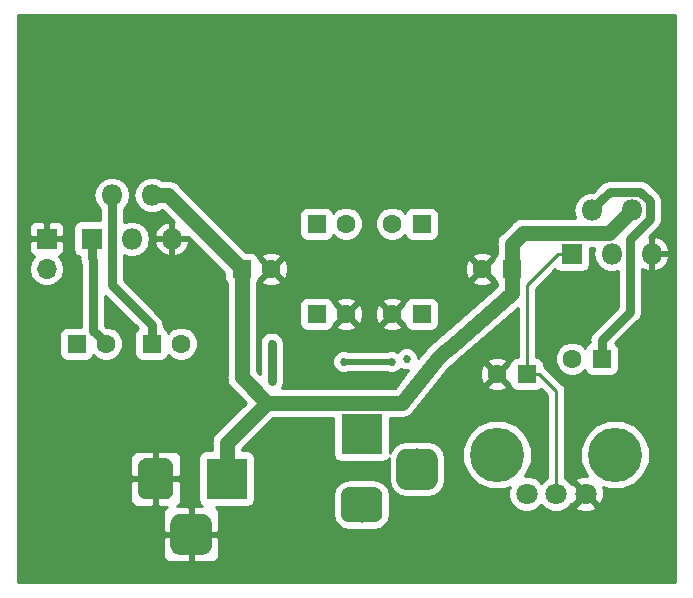
<source format=gbl>
G04 #@! TF.GenerationSoftware,KiCad,Pcbnew,5.0.2+dfsg1-1~bpo9+1*
G04 #@! TF.CreationDate,2020-02-19T00:58:44-05:00*
G04 #@! TF.ProjectId,pcb_amp,7063625f-616d-4702-9e6b-696361645f70,rev?*
G04 #@! TF.SameCoordinates,Original*
G04 #@! TF.FileFunction,Copper,L2,Bot*
G04 #@! TF.FilePolarity,Positive*
%FSLAX46Y46*%
G04 Gerber Fmt 4.6, Leading zero omitted, Abs format (unit mm)*
G04 Created by KiCad (PCBNEW 5.0.2+dfsg1-1~bpo9+1) date Wed 19 Feb 2020 12:58:44 AM EST*
%MOMM*%
%LPD*%
G01*
G04 APERTURE LIST*
G04 #@! TA.AperFunction,ComponentPad*
%ADD10C,1.600000*%
G04 #@! TD*
G04 #@! TA.AperFunction,ComponentPad*
%ADD11R,1.600000X1.600000*%
G04 #@! TD*
G04 #@! TA.AperFunction,ComponentPad*
%ADD12R,1.700000X1.700000*%
G04 #@! TD*
G04 #@! TA.AperFunction,ComponentPad*
%ADD13O,1.700000X1.700000*%
G04 #@! TD*
G04 #@! TA.AperFunction,ComponentPad*
%ADD14R,3.500000X3.500000*%
G04 #@! TD*
G04 #@! TA.AperFunction,Conductor*
%ADD15C,0.100000*%
G04 #@! TD*
G04 #@! TA.AperFunction,ComponentPad*
%ADD16C,3.000000*%
G04 #@! TD*
G04 #@! TA.AperFunction,ComponentPad*
%ADD17C,3.500000*%
G04 #@! TD*
G04 #@! TA.AperFunction,ComponentPad*
%ADD18C,1.800000*%
G04 #@! TD*
G04 #@! TA.AperFunction,ComponentPad*
%ADD19C,4.600000*%
G04 #@! TD*
G04 #@! TA.AperFunction,ComponentPad*
%ADD20O,1.800000X1.800000*%
G04 #@! TD*
G04 #@! TA.AperFunction,ComponentPad*
%ADD21R,1.800000X1.800000*%
G04 #@! TD*
G04 #@! TA.AperFunction,ViaPad*
%ADD22C,0.685800*%
G04 #@! TD*
G04 #@! TA.AperFunction,Conductor*
%ADD23C,0.762000*%
G04 #@! TD*
G04 #@! TA.AperFunction,Conductor*
%ADD24C,1.270000*%
G04 #@! TD*
G04 #@! TA.AperFunction,Conductor*
%ADD25C,0.508000*%
G04 #@! TD*
G04 #@! TA.AperFunction,Conductor*
%ADD26C,0.254000*%
G04 #@! TD*
G04 APERTURE END LIST*
D10*
G04 #@! TO.P,C1,2*
G04 #@! TO.N,Net-(C1-Pad2)*
X119340000Y-95250000D03*
D11*
G04 #@! TO.P,C1,1*
G04 #@! TO.N,/OP1INV*
X116840000Y-95250000D03*
G04 #@! TD*
D10*
G04 #@! TO.P,C2,2*
G04 #@! TO.N,/OP1NONINV*
X112990000Y-95250000D03*
D11*
G04 #@! TO.P,C2,1*
G04 #@! TO.N,/INPUT*
X110490000Y-95250000D03*
G04 #@! TD*
G04 #@! TO.P,C3,1*
G04 #@! TO.N,+12V*
X124460000Y-88900000D03*
D10*
G04 #@! TO.P,C3,2*
G04 #@! TO.N,GND*
X126960000Y-88900000D03*
G04 #@! TD*
G04 #@! TO.P,C4,2*
G04 #@! TO.N,GND*
X133310000Y-92710000D03*
D11*
G04 #@! TO.P,C4,1*
G04 #@! TO.N,/OP1OUT*
X130810000Y-92710000D03*
G04 #@! TD*
D10*
G04 #@! TO.P,C5,2*
G04 #@! TO.N,/SPKOUT1*
X133310000Y-85090000D03*
D11*
G04 #@! TO.P,C5,1*
G04 #@! TO.N,/OP1OUT*
X130810000Y-85090000D03*
G04 #@! TD*
G04 #@! TO.P,C6,1*
G04 #@! TO.N,/OP2OUT*
X139700000Y-85090000D03*
D10*
G04 #@! TO.P,C6,2*
G04 #@! TO.N,/SPKOUT2*
X137200000Y-85090000D03*
G04 #@! TD*
D11*
G04 #@! TO.P,C7,1*
G04 #@! TO.N,/OP2OUT*
X139700000Y-92710000D03*
D10*
G04 #@! TO.P,C7,2*
G04 #@! TO.N,GND*
X137200000Y-92710000D03*
G04 #@! TD*
D11*
G04 #@! TO.P,C8,1*
G04 #@! TO.N,+12V*
X147320000Y-88900000D03*
D10*
G04 #@! TO.P,C8,2*
G04 #@! TO.N,GND*
X144820000Y-88900000D03*
G04 #@! TD*
D11*
G04 #@! TO.P,C9,1*
G04 #@! TO.N,/OP2INV*
X154940000Y-96520000D03*
D10*
G04 #@! TO.P,C9,2*
G04 #@! TO.N,Net-(C9-Pad2)*
X152440000Y-96520000D03*
G04 #@! TD*
G04 #@! TO.P,C10,2*
G04 #@! TO.N,GND*
X146090000Y-97790000D03*
D11*
G04 #@! TO.P,C10,1*
G04 #@! TO.N,/OP2NONINV*
X148590000Y-97790000D03*
G04 #@! TD*
D12*
G04 #@! TO.P,J1,1*
G04 #@! TO.N,GND*
X107950000Y-86360000D03*
D13*
G04 #@! TO.P,J1,2*
G04 #@! TO.N,/INPUT*
X107950000Y-88900000D03*
G04 #@! TD*
D14*
G04 #@! TO.P,J2,1*
G04 #@! TO.N,/SPKOUT1*
X134620000Y-102870000D03*
D15*
G04 #@! TD*
G04 #@! TO.N,/SPKOUT2*
G04 #@! TO.C,J2*
G36*
X135693513Y-107373611D02*
X135766318Y-107384411D01*
X135837714Y-107402295D01*
X135907013Y-107427090D01*
X135973548Y-107458559D01*
X136036678Y-107496398D01*
X136095795Y-107540242D01*
X136150330Y-107589670D01*
X136199758Y-107644205D01*
X136243602Y-107703322D01*
X136281441Y-107766452D01*
X136312910Y-107832987D01*
X136337705Y-107902286D01*
X136355589Y-107973682D01*
X136366389Y-108046487D01*
X136370000Y-108120000D01*
X136370000Y-109620000D01*
X136366389Y-109693513D01*
X136355589Y-109766318D01*
X136337705Y-109837714D01*
X136312910Y-109907013D01*
X136281441Y-109973548D01*
X136243602Y-110036678D01*
X136199758Y-110095795D01*
X136150330Y-110150330D01*
X136095795Y-110199758D01*
X136036678Y-110243602D01*
X135973548Y-110281441D01*
X135907013Y-110312910D01*
X135837714Y-110337705D01*
X135766318Y-110355589D01*
X135693513Y-110366389D01*
X135620000Y-110370000D01*
X133620000Y-110370000D01*
X133546487Y-110366389D01*
X133473682Y-110355589D01*
X133402286Y-110337705D01*
X133332987Y-110312910D01*
X133266452Y-110281441D01*
X133203322Y-110243602D01*
X133144205Y-110199758D01*
X133089670Y-110150330D01*
X133040242Y-110095795D01*
X132996398Y-110036678D01*
X132958559Y-109973548D01*
X132927090Y-109907013D01*
X132902295Y-109837714D01*
X132884411Y-109766318D01*
X132873611Y-109693513D01*
X132870000Y-109620000D01*
X132870000Y-108120000D01*
X132873611Y-108046487D01*
X132884411Y-107973682D01*
X132902295Y-107902286D01*
X132927090Y-107832987D01*
X132958559Y-107766452D01*
X132996398Y-107703322D01*
X133040242Y-107644205D01*
X133089670Y-107589670D01*
X133144205Y-107540242D01*
X133203322Y-107496398D01*
X133266452Y-107458559D01*
X133332987Y-107427090D01*
X133402286Y-107402295D01*
X133473682Y-107384411D01*
X133546487Y-107373611D01*
X133620000Y-107370000D01*
X135620000Y-107370000D01*
X135693513Y-107373611D01*
X135693513Y-107373611D01*
G37*
D16*
G04 #@! TO.P,J2,2*
G04 #@! TO.N,/SPKOUT2*
X134620000Y-108870000D03*
D15*
G04 #@! TD*
G04 #@! TO.N,/SPKOUT2*
G04 #@! TO.C,J2*
G36*
X140280765Y-104124213D02*
X140365704Y-104136813D01*
X140448999Y-104157677D01*
X140529848Y-104186605D01*
X140607472Y-104223319D01*
X140681124Y-104267464D01*
X140750094Y-104318616D01*
X140813718Y-104376282D01*
X140871384Y-104439906D01*
X140922536Y-104508876D01*
X140966681Y-104582528D01*
X141003395Y-104660152D01*
X141032323Y-104741001D01*
X141053187Y-104824296D01*
X141065787Y-104909235D01*
X141070000Y-104995000D01*
X141070000Y-106745000D01*
X141065787Y-106830765D01*
X141053187Y-106915704D01*
X141032323Y-106998999D01*
X141003395Y-107079848D01*
X140966681Y-107157472D01*
X140922536Y-107231124D01*
X140871384Y-107300094D01*
X140813718Y-107363718D01*
X140750094Y-107421384D01*
X140681124Y-107472536D01*
X140607472Y-107516681D01*
X140529848Y-107553395D01*
X140448999Y-107582323D01*
X140365704Y-107603187D01*
X140280765Y-107615787D01*
X140195000Y-107620000D01*
X138445000Y-107620000D01*
X138359235Y-107615787D01*
X138274296Y-107603187D01*
X138191001Y-107582323D01*
X138110152Y-107553395D01*
X138032528Y-107516681D01*
X137958876Y-107472536D01*
X137889906Y-107421384D01*
X137826282Y-107363718D01*
X137768616Y-107300094D01*
X137717464Y-107231124D01*
X137673319Y-107157472D01*
X137636605Y-107079848D01*
X137607677Y-106998999D01*
X137586813Y-106915704D01*
X137574213Y-106830765D01*
X137570000Y-106745000D01*
X137570000Y-104995000D01*
X137574213Y-104909235D01*
X137586813Y-104824296D01*
X137607677Y-104741001D01*
X137636605Y-104660152D01*
X137673319Y-104582528D01*
X137717464Y-104508876D01*
X137768616Y-104439906D01*
X137826282Y-104376282D01*
X137889906Y-104318616D01*
X137958876Y-104267464D01*
X138032528Y-104223319D01*
X138110152Y-104186605D01*
X138191001Y-104157677D01*
X138274296Y-104136813D01*
X138359235Y-104124213D01*
X138445000Y-104120000D01*
X140195000Y-104120000D01*
X140280765Y-104124213D01*
X140280765Y-104124213D01*
G37*
D17*
G04 #@! TO.P,J2,3*
G04 #@! TO.N,/SPKOUT2*
X139320000Y-105870000D03*
G04 #@! TD*
D18*
G04 #@! TO.P,RV1,3*
G04 #@! TO.N,GND*
X153590000Y-107950000D03*
G04 #@! TO.P,RV1,2*
G04 #@! TO.N,/OP2NONINV*
X151090000Y-107950000D03*
G04 #@! TO.P,RV1,1*
G04 #@! TO.N,/VOLPOT*
X148590000Y-107950000D03*
D19*
G04 #@! TO.P,RV1,*
G04 #@! TO.N,*
X156090000Y-104650000D03*
X146090000Y-104650000D03*
G04 #@! TD*
D20*
G04 #@! TO.P,U1,5*
G04 #@! TO.N,GND*
X118560000Y-86360000D03*
G04 #@! TO.P,U1,4*
G04 #@! TO.N,+12V*
X116860000Y-82660000D03*
G04 #@! TO.P,U1,3*
G04 #@! TO.N,/OP1OUT*
X115160000Y-86360000D03*
G04 #@! TO.P,U1,2*
G04 #@! TO.N,/OP1INV*
X113460000Y-82660000D03*
D21*
G04 #@! TO.P,U1,1*
G04 #@! TO.N,/OP1NONINV*
X111760000Y-86360000D03*
G04 #@! TD*
G04 #@! TO.P,U2,1*
G04 #@! TO.N,/OP2NONINV*
X152400000Y-87630000D03*
D20*
G04 #@! TO.P,U2,2*
G04 #@! TO.N,/OP2INV*
X154100000Y-83930000D03*
G04 #@! TO.P,U2,3*
G04 #@! TO.N,/OP2OUT*
X155800000Y-87630000D03*
G04 #@! TO.P,U2,4*
G04 #@! TO.N,+12V*
X157500000Y-83930000D03*
G04 #@! TO.P,U2,5*
G04 #@! TO.N,GND*
X159200000Y-87630000D03*
G04 #@! TD*
D14*
G04 #@! TO.P,J3,1*
G04 #@! TO.N,+12V*
X123190000Y-106680000D03*
D15*
G04 #@! TD*
G04 #@! TO.N,GND*
G04 #@! TO.C,J3*
G36*
X118013513Y-104933611D02*
X118086318Y-104944411D01*
X118157714Y-104962295D01*
X118227013Y-104987090D01*
X118293548Y-105018559D01*
X118356678Y-105056398D01*
X118415795Y-105100242D01*
X118470330Y-105149670D01*
X118519758Y-105204205D01*
X118563602Y-105263322D01*
X118601441Y-105326452D01*
X118632910Y-105392987D01*
X118657705Y-105462286D01*
X118675589Y-105533682D01*
X118686389Y-105606487D01*
X118690000Y-105680000D01*
X118690000Y-107680000D01*
X118686389Y-107753513D01*
X118675589Y-107826318D01*
X118657705Y-107897714D01*
X118632910Y-107967013D01*
X118601441Y-108033548D01*
X118563602Y-108096678D01*
X118519758Y-108155795D01*
X118470330Y-108210330D01*
X118415795Y-108259758D01*
X118356678Y-108303602D01*
X118293548Y-108341441D01*
X118227013Y-108372910D01*
X118157714Y-108397705D01*
X118086318Y-108415589D01*
X118013513Y-108426389D01*
X117940000Y-108430000D01*
X116440000Y-108430000D01*
X116366487Y-108426389D01*
X116293682Y-108415589D01*
X116222286Y-108397705D01*
X116152987Y-108372910D01*
X116086452Y-108341441D01*
X116023322Y-108303602D01*
X115964205Y-108259758D01*
X115909670Y-108210330D01*
X115860242Y-108155795D01*
X115816398Y-108096678D01*
X115778559Y-108033548D01*
X115747090Y-107967013D01*
X115722295Y-107897714D01*
X115704411Y-107826318D01*
X115693611Y-107753513D01*
X115690000Y-107680000D01*
X115690000Y-105680000D01*
X115693611Y-105606487D01*
X115704411Y-105533682D01*
X115722295Y-105462286D01*
X115747090Y-105392987D01*
X115778559Y-105326452D01*
X115816398Y-105263322D01*
X115860242Y-105204205D01*
X115909670Y-105149670D01*
X115964205Y-105100242D01*
X116023322Y-105056398D01*
X116086452Y-105018559D01*
X116152987Y-104987090D01*
X116222286Y-104962295D01*
X116293682Y-104944411D01*
X116366487Y-104933611D01*
X116440000Y-104930000D01*
X117940000Y-104930000D01*
X118013513Y-104933611D01*
X118013513Y-104933611D01*
G37*
D16*
G04 #@! TO.P,J3,2*
G04 #@! TO.N,GND*
X117190000Y-106680000D03*
D15*
G04 #@! TD*
G04 #@! TO.N,GND*
G04 #@! TO.C,J3*
G36*
X121150765Y-109634213D02*
X121235704Y-109646813D01*
X121318999Y-109667677D01*
X121399848Y-109696605D01*
X121477472Y-109733319D01*
X121551124Y-109777464D01*
X121620094Y-109828616D01*
X121683718Y-109886282D01*
X121741384Y-109949906D01*
X121792536Y-110018876D01*
X121836681Y-110092528D01*
X121873395Y-110170152D01*
X121902323Y-110251001D01*
X121923187Y-110334296D01*
X121935787Y-110419235D01*
X121940000Y-110505000D01*
X121940000Y-112255000D01*
X121935787Y-112340765D01*
X121923187Y-112425704D01*
X121902323Y-112508999D01*
X121873395Y-112589848D01*
X121836681Y-112667472D01*
X121792536Y-112741124D01*
X121741384Y-112810094D01*
X121683718Y-112873718D01*
X121620094Y-112931384D01*
X121551124Y-112982536D01*
X121477472Y-113026681D01*
X121399848Y-113063395D01*
X121318999Y-113092323D01*
X121235704Y-113113187D01*
X121150765Y-113125787D01*
X121065000Y-113130000D01*
X119315000Y-113130000D01*
X119229235Y-113125787D01*
X119144296Y-113113187D01*
X119061001Y-113092323D01*
X118980152Y-113063395D01*
X118902528Y-113026681D01*
X118828876Y-112982536D01*
X118759906Y-112931384D01*
X118696282Y-112873718D01*
X118638616Y-112810094D01*
X118587464Y-112741124D01*
X118543319Y-112667472D01*
X118506605Y-112589848D01*
X118477677Y-112508999D01*
X118456813Y-112425704D01*
X118444213Y-112340765D01*
X118440000Y-112255000D01*
X118440000Y-110505000D01*
X118444213Y-110419235D01*
X118456813Y-110334296D01*
X118477677Y-110251001D01*
X118506605Y-110170152D01*
X118543319Y-110092528D01*
X118587464Y-110018876D01*
X118638616Y-109949906D01*
X118696282Y-109886282D01*
X118759906Y-109828616D01*
X118828876Y-109777464D01*
X118902528Y-109733319D01*
X118980152Y-109696605D01*
X119061001Y-109667677D01*
X119144296Y-109646813D01*
X119229235Y-109634213D01*
X119315000Y-109630000D01*
X121065000Y-109630000D01*
X121150765Y-109634213D01*
X121150765Y-109634213D01*
G37*
D17*
G04 #@! TO.P,J3,3*
G04 #@! TO.N,GND*
X120190000Y-111380000D03*
G04 #@! TD*
D22*
G04 #@! TO.N,Net-(C1-Pad2)*
X127000000Y-98425000D03*
X127000000Y-95250000D03*
G04 #@! TO.N,+12V*
X140970000Y-96520000D03*
X141605000Y-95965000D03*
X142240000Y-95410000D03*
G04 #@! TO.N,Net-(C9-Pad2)*
X133105000Y-96765000D03*
X137160000Y-96765000D03*
X138430000Y-96520000D03*
G04 #@! TD*
D23*
G04 #@! TO.N,Net-(C1-Pad2)*
X127000000Y-98425000D02*
X127000000Y-95250000D01*
D24*
G04 #@! TO.N,+12V*
X147320000Y-86830000D02*
X147320000Y-88900000D01*
X155589001Y-85840999D02*
X148309001Y-85840999D01*
X157500000Y-83930000D02*
X155589001Y-85840999D01*
X126619001Y-100230999D02*
X123190000Y-103660000D01*
X123190000Y-103660000D02*
X123190000Y-106680000D01*
X138059001Y-100230999D02*
X126619001Y-100230999D01*
X147320000Y-90970000D02*
X142240000Y-95410000D01*
X147320000Y-88900000D02*
X147320000Y-90970000D01*
X126619001Y-100230999D02*
X124460000Y-98071998D01*
X124460000Y-98071998D02*
X124460000Y-88900000D01*
X118220000Y-82660000D02*
X116860000Y-82660000D01*
X124460000Y-88900000D02*
X118220000Y-82660000D01*
X140970000Y-96520000D02*
X138059001Y-100230999D01*
X141605000Y-95965000D02*
X140970000Y-96520000D01*
X142240000Y-95410000D02*
X141605000Y-95965000D01*
X148309001Y-85840999D02*
X147320000Y-86830000D01*
D25*
G04 #@! TO.N,Net-(C9-Pad2)*
X133105000Y-96765000D02*
X137160000Y-96765000D01*
X138430000Y-96520000D02*
X138430000Y-96520000D01*
D23*
G04 #@! TO.N,/OP1INV*
X113460000Y-83932792D02*
X113460000Y-82660000D01*
X113460000Y-90308000D02*
X113460000Y-83932792D01*
X116840000Y-93688000D02*
X113460000Y-90308000D01*
X116840000Y-95250000D02*
X116840000Y-93688000D01*
G04 #@! TO.N,/OP1NONINV*
X112190001Y-94450001D02*
X112990000Y-95250000D01*
X111925001Y-94185001D02*
X112190001Y-94450001D01*
X111925001Y-88187001D02*
X111925001Y-94185001D01*
X111760000Y-88022000D02*
X111925001Y-88187001D01*
X111760000Y-86360000D02*
X111760000Y-88022000D01*
G04 #@! TO.N,/OP2INV*
X154999999Y-83030001D02*
X154100000Y-83930000D01*
X155635001Y-82394999D02*
X154999999Y-83030001D01*
X158236801Y-82394999D02*
X155635001Y-82394999D01*
X159035001Y-83193199D02*
X158236801Y-82394999D01*
X159035001Y-84666801D02*
X159035001Y-83193199D01*
X157335001Y-86366801D02*
X159035001Y-84666801D01*
X157335001Y-92562999D02*
X157335001Y-86366801D01*
X154940000Y-94958000D02*
X157335001Y-92562999D01*
X154940000Y-96520000D02*
X154940000Y-94958000D01*
D26*
G04 #@! TO.N,/OP2NONINV*
X151090000Y-99236000D02*
X149644000Y-97790000D01*
X149644000Y-97790000D02*
X148590000Y-97790000D01*
X151090000Y-107950000D02*
X151090000Y-99236000D01*
X151246000Y-87630000D02*
X152400000Y-87630000D01*
X148590000Y-90286000D02*
X151246000Y-87630000D01*
X148590000Y-97790000D02*
X148590000Y-90286000D01*
G04 #@! TD*
G04 #@! TO.N,GND*
G36*
X161163000Y-115443000D02*
X105537000Y-115443000D01*
X105537000Y-111665750D01*
X117805000Y-111665750D01*
X117805000Y-113256310D01*
X117901673Y-113489699D01*
X118080302Y-113668327D01*
X118313691Y-113765000D01*
X119904250Y-113765000D01*
X120063000Y-113606250D01*
X120063000Y-111507000D01*
X120317000Y-111507000D01*
X120317000Y-113606250D01*
X120475750Y-113765000D01*
X122066309Y-113765000D01*
X122299698Y-113668327D01*
X122478327Y-113489699D01*
X122575000Y-113256310D01*
X122575000Y-111665750D01*
X122416250Y-111507000D01*
X120317000Y-111507000D01*
X120063000Y-111507000D01*
X117963750Y-111507000D01*
X117805000Y-111665750D01*
X105537000Y-111665750D01*
X105537000Y-106965750D01*
X115055000Y-106965750D01*
X115055000Y-108556310D01*
X115151673Y-108789699D01*
X115330302Y-108968327D01*
X115563691Y-109065000D01*
X116904250Y-109065000D01*
X117063000Y-108906250D01*
X117063000Y-106807000D01*
X117317000Y-106807000D01*
X117317000Y-108906250D01*
X117475750Y-109065000D01*
X118144696Y-109065000D01*
X118080302Y-109091673D01*
X117901673Y-109270301D01*
X117805000Y-109503690D01*
X117805000Y-111094250D01*
X117963750Y-111253000D01*
X120063000Y-111253000D01*
X120063000Y-109153750D01*
X119904250Y-108995000D01*
X118985304Y-108995000D01*
X119049698Y-108968327D01*
X119228327Y-108789699D01*
X119325000Y-108556310D01*
X119325000Y-106965750D01*
X119166250Y-106807000D01*
X117317000Y-106807000D01*
X117063000Y-106807000D01*
X115213750Y-106807000D01*
X115055000Y-106965750D01*
X105537000Y-106965750D01*
X105537000Y-104803690D01*
X115055000Y-104803690D01*
X115055000Y-106394250D01*
X115213750Y-106553000D01*
X117063000Y-106553000D01*
X117063000Y-104453750D01*
X117317000Y-104453750D01*
X117317000Y-106553000D01*
X119166250Y-106553000D01*
X119325000Y-106394250D01*
X119325000Y-104803690D01*
X119228327Y-104570301D01*
X119049698Y-104391673D01*
X118816309Y-104295000D01*
X117475750Y-104295000D01*
X117317000Y-104453750D01*
X117063000Y-104453750D01*
X116904250Y-104295000D01*
X115563691Y-104295000D01*
X115330302Y-104391673D01*
X115151673Y-104570301D01*
X115055000Y-104803690D01*
X105537000Y-104803690D01*
X105537000Y-94450000D01*
X109042560Y-94450000D01*
X109042560Y-96050000D01*
X109091843Y-96297765D01*
X109232191Y-96507809D01*
X109442235Y-96648157D01*
X109690000Y-96697440D01*
X111290000Y-96697440D01*
X111537765Y-96648157D01*
X111747809Y-96507809D01*
X111888157Y-96297765D01*
X111908101Y-96197497D01*
X112177138Y-96466534D01*
X112704561Y-96685000D01*
X113275439Y-96685000D01*
X113802862Y-96466534D01*
X114206534Y-96062862D01*
X114425000Y-95535439D01*
X114425000Y-94964561D01*
X114206534Y-94437138D01*
X113802862Y-94033466D01*
X113275439Y-93815000D01*
X112991840Y-93815000D01*
X112941001Y-93764161D01*
X112941001Y-91225841D01*
X115657218Y-93942059D01*
X115582191Y-93992191D01*
X115441843Y-94202235D01*
X115392560Y-94450000D01*
X115392560Y-96050000D01*
X115441843Y-96297765D01*
X115582191Y-96507809D01*
X115792235Y-96648157D01*
X116040000Y-96697440D01*
X117640000Y-96697440D01*
X117887765Y-96648157D01*
X118097809Y-96507809D01*
X118238157Y-96297765D01*
X118258101Y-96197497D01*
X118527138Y-96466534D01*
X119054561Y-96685000D01*
X119625439Y-96685000D01*
X120152862Y-96466534D01*
X120556534Y-96062862D01*
X120775000Y-95535439D01*
X120775000Y-94964561D01*
X120556534Y-94437138D01*
X120152862Y-94033466D01*
X119625439Y-93815000D01*
X119054561Y-93815000D01*
X118527138Y-94033466D01*
X118258101Y-94302503D01*
X118238157Y-94202235D01*
X118097809Y-93992191D01*
X117887765Y-93851843D01*
X117856000Y-93845525D01*
X117856000Y-93788063D01*
X117875904Y-93688000D01*
X117842497Y-93520050D01*
X117797051Y-93291577D01*
X117572495Y-92955505D01*
X117487663Y-92898822D01*
X114476000Y-89887160D01*
X114476000Y-87749094D01*
X114561073Y-87805938D01*
X115008818Y-87895000D01*
X115311182Y-87895000D01*
X115758927Y-87805938D01*
X116266673Y-87466673D01*
X116605938Y-86958927D01*
X116652520Y-86724740D01*
X117068964Y-86724740D01*
X117247760Y-87156417D01*
X117652424Y-87597966D01*
X118195258Y-87851046D01*
X118433000Y-87730997D01*
X118433000Y-86487000D01*
X118687000Y-86487000D01*
X118687000Y-87730997D01*
X118924742Y-87851046D01*
X119467576Y-87597966D01*
X119872240Y-87156417D01*
X120051036Y-86724740D01*
X119930378Y-86487000D01*
X118687000Y-86487000D01*
X118433000Y-86487000D01*
X117189622Y-86487000D01*
X117068964Y-86724740D01*
X116652520Y-86724740D01*
X116725072Y-86360000D01*
X116652521Y-85995260D01*
X117068964Y-85995260D01*
X117189622Y-86233000D01*
X118433000Y-86233000D01*
X118433000Y-84989003D01*
X118195258Y-84868954D01*
X117652424Y-85122034D01*
X117247760Y-85563583D01*
X117068964Y-85995260D01*
X116652521Y-85995260D01*
X116605938Y-85761073D01*
X116266673Y-85253327D01*
X115758927Y-84914062D01*
X115311182Y-84825000D01*
X115008818Y-84825000D01*
X114561073Y-84914062D01*
X114476000Y-84970906D01*
X114476000Y-83827259D01*
X114566673Y-83766673D01*
X114905938Y-83258927D01*
X115025072Y-82660000D01*
X115294928Y-82660000D01*
X115414062Y-83258927D01*
X115753327Y-83766673D01*
X116261073Y-84105938D01*
X116708818Y-84195000D01*
X117011182Y-84195000D01*
X117458927Y-84105938D01*
X117705280Y-83941330D01*
X118730824Y-84966874D01*
X118687000Y-84989003D01*
X118687000Y-86233000D01*
X119930378Y-86233000D01*
X119952790Y-86188840D01*
X123012560Y-89248611D01*
X123012560Y-89700000D01*
X123061843Y-89947765D01*
X123190001Y-90139565D01*
X123190000Y-97946923D01*
X123165121Y-98071998D01*
X123190000Y-98197073D01*
X123190000Y-98197077D01*
X123263687Y-98567526D01*
X123544382Y-98987616D01*
X123650421Y-99058469D01*
X124822950Y-100230999D01*
X122380421Y-102673529D01*
X122274382Y-102744382D01*
X121993687Y-103164472D01*
X121920000Y-103534921D01*
X121920000Y-103534925D01*
X121895121Y-103660000D01*
X121920000Y-103785075D01*
X121920000Y-104282560D01*
X121440000Y-104282560D01*
X121192235Y-104331843D01*
X120982191Y-104472191D01*
X120841843Y-104682235D01*
X120792560Y-104930000D01*
X120792560Y-108430000D01*
X120841843Y-108677765D01*
X120982191Y-108887809D01*
X121142612Y-108995000D01*
X120475750Y-108995000D01*
X120317000Y-109153750D01*
X120317000Y-111253000D01*
X122416250Y-111253000D01*
X122575000Y-111094250D01*
X122575000Y-109503690D01*
X122478327Y-109270301D01*
X122299698Y-109091673D01*
X122265337Y-109077440D01*
X124940000Y-109077440D01*
X125187765Y-109028157D01*
X125397809Y-108887809D01*
X125538157Y-108677765D01*
X125587440Y-108430000D01*
X125587440Y-108120000D01*
X132222560Y-108120000D01*
X132222560Y-109620000D01*
X132328934Y-110154777D01*
X132631861Y-110608139D01*
X133085223Y-110911066D01*
X133620000Y-111017440D01*
X135620000Y-111017440D01*
X136154777Y-110911066D01*
X136608139Y-110608139D01*
X136911066Y-110154777D01*
X137017440Y-109620000D01*
X137017440Y-108120000D01*
X136911066Y-107585223D01*
X136608139Y-107131861D01*
X136154777Y-106828934D01*
X135620000Y-106722560D01*
X133620000Y-106722560D01*
X133085223Y-106828934D01*
X132631861Y-107131861D01*
X132328934Y-107585223D01*
X132222560Y-108120000D01*
X125587440Y-108120000D01*
X125587440Y-104930000D01*
X125538157Y-104682235D01*
X125397809Y-104472191D01*
X125187765Y-104331843D01*
X124940000Y-104282560D01*
X124460000Y-104282560D01*
X124460000Y-104186050D01*
X127145052Y-101500999D01*
X132222560Y-101500999D01*
X132222560Y-104620000D01*
X132271843Y-104867765D01*
X132412191Y-105077809D01*
X132622235Y-105218157D01*
X132870000Y-105267440D01*
X136370000Y-105267440D01*
X136617765Y-105218157D01*
X136827809Y-105077809D01*
X136939269Y-104910999D01*
X136922560Y-104995000D01*
X136922560Y-106745000D01*
X137038449Y-107327613D01*
X137368472Y-107821528D01*
X137862387Y-108151551D01*
X138445000Y-108267440D01*
X140195000Y-108267440D01*
X140777613Y-108151551D01*
X141271528Y-107821528D01*
X141601551Y-107327613D01*
X141717440Y-106745000D01*
X141717440Y-104995000D01*
X141601551Y-104412387D01*
X141271528Y-103918472D01*
X140777613Y-103588449D01*
X140195000Y-103472560D01*
X138445000Y-103472560D01*
X137862387Y-103588449D01*
X137368472Y-103918472D01*
X137038449Y-104412387D01*
X137017440Y-104518006D01*
X137017440Y-101500999D01*
X138010661Y-101500999D01*
X138214305Y-101516531D01*
X138381725Y-101461685D01*
X138554530Y-101427312D01*
X138619820Y-101383686D01*
X138694435Y-101359243D01*
X138828125Y-101244502D01*
X138974619Y-101146617D01*
X139088095Y-100976789D01*
X140797390Y-98797745D01*
X145261861Y-98797745D01*
X145335995Y-99043864D01*
X145873223Y-99236965D01*
X146443454Y-99209778D01*
X146844005Y-99043864D01*
X146918139Y-98797745D01*
X146090000Y-97969605D01*
X145261861Y-98797745D01*
X140797390Y-98797745D01*
X141757936Y-97573223D01*
X144643035Y-97573223D01*
X144670222Y-98143454D01*
X144836136Y-98544005D01*
X145082255Y-98618139D01*
X145910395Y-97790000D01*
X145082255Y-96961861D01*
X144836136Y-97035995D01*
X144643035Y-97573223D01*
X141757936Y-97573223D01*
X141895609Y-97397715D01*
X142534945Y-96838925D01*
X142599783Y-96782255D01*
X145261861Y-96782255D01*
X146090000Y-97610395D01*
X146918139Y-96782255D01*
X146844005Y-96536136D01*
X146306777Y-96343035D01*
X145736546Y-96370222D01*
X145335995Y-96536136D01*
X145261861Y-96782255D01*
X142599783Y-96782255D01*
X143169945Y-96283925D01*
X147828001Y-92212712D01*
X147828000Y-96342560D01*
X147790000Y-96342560D01*
X147542235Y-96391843D01*
X147332191Y-96532191D01*
X147191843Y-96742235D01*
X147145307Y-96976187D01*
X147097745Y-96961861D01*
X146269605Y-97790000D01*
X147097745Y-98618139D01*
X147145307Y-98603813D01*
X147191843Y-98837765D01*
X147332191Y-99047809D01*
X147542235Y-99188157D01*
X147790000Y-99237440D01*
X149390000Y-99237440D01*
X149637765Y-99188157D01*
X149833644Y-99057274D01*
X150328001Y-99551632D01*
X150328000Y-106604159D01*
X150220493Y-106648690D01*
X149840000Y-107029183D01*
X149459507Y-106648690D01*
X148895330Y-106415000D01*
X148475717Y-106415000D01*
X148578173Y-106312544D01*
X149025000Y-105233808D01*
X149025000Y-104066192D01*
X148578173Y-102987456D01*
X147752544Y-102161827D01*
X146673808Y-101715000D01*
X145506192Y-101715000D01*
X144427456Y-102161827D01*
X143601827Y-102987456D01*
X143155000Y-104066192D01*
X143155000Y-105233808D01*
X143601827Y-106312544D01*
X144427456Y-107138173D01*
X145506192Y-107585000D01*
X146673808Y-107585000D01*
X147163783Y-107382046D01*
X147055000Y-107644670D01*
X147055000Y-108255330D01*
X147288690Y-108819507D01*
X147720493Y-109251310D01*
X148284670Y-109485000D01*
X148895330Y-109485000D01*
X149459507Y-109251310D01*
X149840000Y-108870817D01*
X150220493Y-109251310D01*
X150784670Y-109485000D01*
X151395330Y-109485000D01*
X151959507Y-109251310D01*
X152180658Y-109030159D01*
X152689446Y-109030159D01*
X152775852Y-109286643D01*
X153349336Y-109496458D01*
X153959460Y-109470839D01*
X154404148Y-109286643D01*
X154490554Y-109030159D01*
X153590000Y-108129605D01*
X152689446Y-109030159D01*
X152180658Y-109030159D01*
X152391310Y-108819507D01*
X152394539Y-108811710D01*
X152509841Y-108850554D01*
X153410395Y-107950000D01*
X152509841Y-107049446D01*
X152394539Y-107088290D01*
X152391310Y-107080493D01*
X152180658Y-106869841D01*
X152689446Y-106869841D01*
X153590000Y-107770395D01*
X153604143Y-107756253D01*
X153783748Y-107935858D01*
X153769605Y-107950000D01*
X154670159Y-108850554D01*
X154926643Y-108764148D01*
X155136458Y-108190664D01*
X155110839Y-107580540D01*
X155031189Y-107388247D01*
X155506192Y-107585000D01*
X156673808Y-107585000D01*
X157752544Y-107138173D01*
X158578173Y-106312544D01*
X159025000Y-105233808D01*
X159025000Y-104066192D01*
X158578173Y-102987456D01*
X157752544Y-102161827D01*
X156673808Y-101715000D01*
X155506192Y-101715000D01*
X154427456Y-102161827D01*
X153601827Y-102987456D01*
X153155000Y-104066192D01*
X153155000Y-105233808D01*
X153601827Y-106312544D01*
X153698380Y-106409097D01*
X153220540Y-106429161D01*
X152775852Y-106613357D01*
X152689446Y-106869841D01*
X152180658Y-106869841D01*
X151959507Y-106648690D01*
X151852000Y-106604159D01*
X151852000Y-99311047D01*
X151866928Y-99236000D01*
X151829494Y-99047809D01*
X151807788Y-98938683D01*
X151639371Y-98686629D01*
X151575749Y-98644118D01*
X150235883Y-97304253D01*
X150193371Y-97240629D01*
X150037440Y-97136439D01*
X150037440Y-96990000D01*
X149988157Y-96742235D01*
X149847809Y-96532191D01*
X149637765Y-96391843D01*
X149390000Y-96342560D01*
X149352000Y-96342560D01*
X149352000Y-90601630D01*
X151011602Y-88942029D01*
X151042191Y-88987809D01*
X151252235Y-89128157D01*
X151500000Y-89177440D01*
X153300000Y-89177440D01*
X153547765Y-89128157D01*
X153757809Y-88987809D01*
X153898157Y-88777765D01*
X153947440Y-88530000D01*
X153947440Y-87110999D01*
X154338164Y-87110999D01*
X154234928Y-87630000D01*
X154354062Y-88228927D01*
X154693327Y-88736673D01*
X155201073Y-89075938D01*
X155648818Y-89165000D01*
X155951182Y-89165000D01*
X156319002Y-89091836D01*
X156319001Y-92142158D01*
X154292338Y-94168822D01*
X154207506Y-94225505D01*
X154150823Y-94310337D01*
X153982950Y-94561577D01*
X153904096Y-94958000D01*
X153924001Y-95058068D01*
X153924001Y-95115524D01*
X153892235Y-95121843D01*
X153682191Y-95262191D01*
X153541843Y-95472235D01*
X153521899Y-95572503D01*
X153252862Y-95303466D01*
X152725439Y-95085000D01*
X152154561Y-95085000D01*
X151627138Y-95303466D01*
X151223466Y-95707138D01*
X151005000Y-96234561D01*
X151005000Y-96805439D01*
X151223466Y-97332862D01*
X151627138Y-97736534D01*
X152154561Y-97955000D01*
X152725439Y-97955000D01*
X153252862Y-97736534D01*
X153521899Y-97467497D01*
X153541843Y-97567765D01*
X153682191Y-97777809D01*
X153892235Y-97918157D01*
X154140000Y-97967440D01*
X155740000Y-97967440D01*
X155987765Y-97918157D01*
X156197809Y-97777809D01*
X156338157Y-97567765D01*
X156387440Y-97320000D01*
X156387440Y-95720000D01*
X156338157Y-95472235D01*
X156197809Y-95262191D01*
X156122781Y-95212059D01*
X157982665Y-93352176D01*
X158067496Y-93295494D01*
X158292052Y-92959422D01*
X158351001Y-92663064D01*
X158351001Y-92663063D01*
X158370905Y-92562999D01*
X158351001Y-92462936D01*
X158351001Y-88895276D01*
X158835258Y-89121046D01*
X159073000Y-89000997D01*
X159073000Y-87757000D01*
X159327000Y-87757000D01*
X159327000Y-89000997D01*
X159564742Y-89121046D01*
X160107576Y-88867966D01*
X160512240Y-88426417D01*
X160691036Y-87994740D01*
X160570378Y-87757000D01*
X159327000Y-87757000D01*
X159073000Y-87757000D01*
X159053000Y-87757000D01*
X159053000Y-87503000D01*
X159073000Y-87503000D01*
X159073000Y-86259003D01*
X159327000Y-86259003D01*
X159327000Y-87503000D01*
X160570378Y-87503000D01*
X160691036Y-87265260D01*
X160512240Y-86833583D01*
X160107576Y-86392034D01*
X159564742Y-86138954D01*
X159327000Y-86259003D01*
X159073000Y-86259003D01*
X158944517Y-86194125D01*
X159682665Y-85455978D01*
X159767496Y-85399296D01*
X159992052Y-85063224D01*
X160051001Y-84766866D01*
X160051001Y-84766865D01*
X160070905Y-84666802D01*
X160051001Y-84566738D01*
X160051001Y-83293262D01*
X160070905Y-83193198D01*
X160040962Y-83042663D01*
X159992052Y-82796776D01*
X159767496Y-82460704D01*
X159682664Y-82404021D01*
X159025980Y-81747338D01*
X158969296Y-81662504D01*
X158633224Y-81437948D01*
X158336866Y-81378999D01*
X158336864Y-81378999D01*
X158236801Y-81359095D01*
X158136738Y-81378999D01*
X155735064Y-81378999D01*
X155635000Y-81359095D01*
X155534936Y-81378999D01*
X155238578Y-81437948D01*
X155238577Y-81437949D01*
X155238576Y-81437949D01*
X155200057Y-81463687D01*
X154902506Y-81662504D01*
X154845821Y-81747339D01*
X154352338Y-82240822D01*
X154352335Y-82240824D01*
X154198159Y-82395000D01*
X153948818Y-82395000D01*
X153501073Y-82484062D01*
X152993327Y-82823327D01*
X152654062Y-83331073D01*
X152534928Y-83930000D01*
X152654062Y-84528927D01*
X152682174Y-84570999D01*
X148434077Y-84570999D01*
X148309001Y-84546120D01*
X148183925Y-84570999D01*
X148183921Y-84570999D01*
X147813472Y-84644686D01*
X147543614Y-84825000D01*
X147393383Y-84925381D01*
X147322531Y-85031418D01*
X146510421Y-85843529D01*
X146404382Y-85914382D01*
X146123687Y-86334472D01*
X146050000Y-86704921D01*
X146050000Y-86704925D01*
X146025121Y-86830000D01*
X146050000Y-86955076D01*
X146050000Y-87660435D01*
X145921843Y-87852235D01*
X145875307Y-88086187D01*
X145827745Y-88071861D01*
X144999605Y-88900000D01*
X145827745Y-89728139D01*
X145875307Y-89713813D01*
X145921843Y-89947765D01*
X146050001Y-90139565D01*
X146050001Y-90393287D01*
X141423253Y-94437138D01*
X140784028Y-94995831D01*
X140138522Y-95560013D01*
X140047948Y-95637750D01*
X140044389Y-95642287D01*
X140040055Y-95646075D01*
X139967350Y-95740498D01*
X139407900Y-96453696D01*
X139407900Y-96325484D01*
X139259023Y-95966064D01*
X138983936Y-95690977D01*
X138624516Y-95542100D01*
X138235484Y-95542100D01*
X137876064Y-95690977D01*
X137655337Y-95911704D01*
X137354516Y-95787100D01*
X136965484Y-95787100D01*
X136750861Y-95876000D01*
X133514139Y-95876000D01*
X133299516Y-95787100D01*
X132910484Y-95787100D01*
X132551064Y-95935977D01*
X132275977Y-96211064D01*
X132127100Y-96570484D01*
X132127100Y-96959516D01*
X132275977Y-97318936D01*
X132551064Y-97594023D01*
X132910484Y-97742900D01*
X133299516Y-97742900D01*
X133514139Y-97654000D01*
X136750861Y-97654000D01*
X136965484Y-97742900D01*
X137354516Y-97742900D01*
X137713936Y-97594023D01*
X137934663Y-97373296D01*
X138235484Y-97497900D01*
X138588801Y-97497900D01*
X137441110Y-98960999D01*
X127863789Y-98960999D01*
X127957051Y-98821423D01*
X128016000Y-98525065D01*
X128016000Y-95149935D01*
X127957051Y-94853577D01*
X127732495Y-94517505D01*
X127396423Y-94292949D01*
X127000000Y-94214096D01*
X126603578Y-94292949D01*
X126267506Y-94517505D01*
X126042950Y-94853577D01*
X125984001Y-95149935D01*
X125984000Y-97799948D01*
X125730000Y-97545948D01*
X125730000Y-91910000D01*
X129362560Y-91910000D01*
X129362560Y-93510000D01*
X129411843Y-93757765D01*
X129552191Y-93967809D01*
X129762235Y-94108157D01*
X130010000Y-94157440D01*
X131610000Y-94157440D01*
X131857765Y-94108157D01*
X132067809Y-93967809D01*
X132208157Y-93757765D01*
X132216117Y-93717745D01*
X132481861Y-93717745D01*
X132555995Y-93963864D01*
X133093223Y-94156965D01*
X133663454Y-94129778D01*
X134064005Y-93963864D01*
X134138139Y-93717745D01*
X136371861Y-93717745D01*
X136445995Y-93963864D01*
X136983223Y-94156965D01*
X137553454Y-94129778D01*
X137954005Y-93963864D01*
X138028139Y-93717745D01*
X137200000Y-92889605D01*
X136371861Y-93717745D01*
X134138139Y-93717745D01*
X133310000Y-92889605D01*
X132481861Y-93717745D01*
X132216117Y-93717745D01*
X132254693Y-93523813D01*
X132302255Y-93538139D01*
X133130395Y-92710000D01*
X133489605Y-92710000D01*
X134317745Y-93538139D01*
X134563864Y-93464005D01*
X134756965Y-92926777D01*
X134736295Y-92493223D01*
X135753035Y-92493223D01*
X135780222Y-93063454D01*
X135946136Y-93464005D01*
X136192255Y-93538139D01*
X137020395Y-92710000D01*
X137379605Y-92710000D01*
X138207745Y-93538139D01*
X138255307Y-93523813D01*
X138301843Y-93757765D01*
X138442191Y-93967809D01*
X138652235Y-94108157D01*
X138900000Y-94157440D01*
X140500000Y-94157440D01*
X140747765Y-94108157D01*
X140957809Y-93967809D01*
X141098157Y-93757765D01*
X141147440Y-93510000D01*
X141147440Y-91910000D01*
X141098157Y-91662235D01*
X140957809Y-91452191D01*
X140747765Y-91311843D01*
X140500000Y-91262560D01*
X138900000Y-91262560D01*
X138652235Y-91311843D01*
X138442191Y-91452191D01*
X138301843Y-91662235D01*
X138255307Y-91896187D01*
X138207745Y-91881861D01*
X137379605Y-92710000D01*
X137020395Y-92710000D01*
X136192255Y-91881861D01*
X135946136Y-91955995D01*
X135753035Y-92493223D01*
X134736295Y-92493223D01*
X134729778Y-92356546D01*
X134563864Y-91955995D01*
X134317745Y-91881861D01*
X133489605Y-92710000D01*
X133130395Y-92710000D01*
X132302255Y-91881861D01*
X132254693Y-91896187D01*
X132216118Y-91702255D01*
X132481861Y-91702255D01*
X133310000Y-92530395D01*
X134138139Y-91702255D01*
X136371861Y-91702255D01*
X137200000Y-92530395D01*
X138028139Y-91702255D01*
X137954005Y-91456136D01*
X137416777Y-91263035D01*
X136846546Y-91290222D01*
X136445995Y-91456136D01*
X136371861Y-91702255D01*
X134138139Y-91702255D01*
X134064005Y-91456136D01*
X133526777Y-91263035D01*
X132956546Y-91290222D01*
X132555995Y-91456136D01*
X132481861Y-91702255D01*
X132216118Y-91702255D01*
X132208157Y-91662235D01*
X132067809Y-91452191D01*
X131857765Y-91311843D01*
X131610000Y-91262560D01*
X130010000Y-91262560D01*
X129762235Y-91311843D01*
X129552191Y-91452191D01*
X129411843Y-91662235D01*
X129362560Y-91910000D01*
X125730000Y-91910000D01*
X125730000Y-90139564D01*
X125858157Y-89947765D01*
X125866117Y-89907745D01*
X126131861Y-89907745D01*
X126205995Y-90153864D01*
X126743223Y-90346965D01*
X127313454Y-90319778D01*
X127714005Y-90153864D01*
X127788139Y-89907745D01*
X143991861Y-89907745D01*
X144065995Y-90153864D01*
X144603223Y-90346965D01*
X145173454Y-90319778D01*
X145574005Y-90153864D01*
X145648139Y-89907745D01*
X144820000Y-89079605D01*
X143991861Y-89907745D01*
X127788139Y-89907745D01*
X126960000Y-89079605D01*
X126131861Y-89907745D01*
X125866117Y-89907745D01*
X125904693Y-89713813D01*
X125952255Y-89728139D01*
X126780395Y-88900000D01*
X127139605Y-88900000D01*
X127967745Y-89728139D01*
X128213864Y-89654005D01*
X128406965Y-89116777D01*
X128386295Y-88683223D01*
X143373035Y-88683223D01*
X143400222Y-89253454D01*
X143566136Y-89654005D01*
X143812255Y-89728139D01*
X144640395Y-88900000D01*
X143812255Y-88071861D01*
X143566136Y-88145995D01*
X143373035Y-88683223D01*
X128386295Y-88683223D01*
X128379778Y-88546546D01*
X128213864Y-88145995D01*
X127967745Y-88071861D01*
X127139605Y-88900000D01*
X126780395Y-88900000D01*
X125952255Y-88071861D01*
X125904693Y-88086187D01*
X125866118Y-87892255D01*
X126131861Y-87892255D01*
X126960000Y-88720395D01*
X127788139Y-87892255D01*
X143991861Y-87892255D01*
X144820000Y-88720395D01*
X145648139Y-87892255D01*
X145574005Y-87646136D01*
X145036777Y-87453035D01*
X144466546Y-87480222D01*
X144065995Y-87646136D01*
X143991861Y-87892255D01*
X127788139Y-87892255D01*
X127714005Y-87646136D01*
X127176777Y-87453035D01*
X126606546Y-87480222D01*
X126205995Y-87646136D01*
X126131861Y-87892255D01*
X125866118Y-87892255D01*
X125858157Y-87852235D01*
X125717809Y-87642191D01*
X125507765Y-87501843D01*
X125260000Y-87452560D01*
X124808611Y-87452560D01*
X121646051Y-84290000D01*
X129362560Y-84290000D01*
X129362560Y-85890000D01*
X129411843Y-86137765D01*
X129552191Y-86347809D01*
X129762235Y-86488157D01*
X130010000Y-86537440D01*
X131610000Y-86537440D01*
X131857765Y-86488157D01*
X132067809Y-86347809D01*
X132208157Y-86137765D01*
X132228101Y-86037497D01*
X132497138Y-86306534D01*
X133024561Y-86525000D01*
X133595439Y-86525000D01*
X134122862Y-86306534D01*
X134526534Y-85902862D01*
X134745000Y-85375439D01*
X134745000Y-84804561D01*
X135765000Y-84804561D01*
X135765000Y-85375439D01*
X135983466Y-85902862D01*
X136387138Y-86306534D01*
X136914561Y-86525000D01*
X137485439Y-86525000D01*
X138012862Y-86306534D01*
X138281899Y-86037497D01*
X138301843Y-86137765D01*
X138442191Y-86347809D01*
X138652235Y-86488157D01*
X138900000Y-86537440D01*
X140500000Y-86537440D01*
X140747765Y-86488157D01*
X140957809Y-86347809D01*
X141098157Y-86137765D01*
X141147440Y-85890000D01*
X141147440Y-84290000D01*
X141098157Y-84042235D01*
X140957809Y-83832191D01*
X140747765Y-83691843D01*
X140500000Y-83642560D01*
X138900000Y-83642560D01*
X138652235Y-83691843D01*
X138442191Y-83832191D01*
X138301843Y-84042235D01*
X138281899Y-84142503D01*
X138012862Y-83873466D01*
X137485439Y-83655000D01*
X136914561Y-83655000D01*
X136387138Y-83873466D01*
X135983466Y-84277138D01*
X135765000Y-84804561D01*
X134745000Y-84804561D01*
X134526534Y-84277138D01*
X134122862Y-83873466D01*
X133595439Y-83655000D01*
X133024561Y-83655000D01*
X132497138Y-83873466D01*
X132228101Y-84142503D01*
X132208157Y-84042235D01*
X132067809Y-83832191D01*
X131857765Y-83691843D01*
X131610000Y-83642560D01*
X130010000Y-83642560D01*
X129762235Y-83691843D01*
X129552191Y-83832191D01*
X129411843Y-84042235D01*
X129362560Y-84290000D01*
X121646051Y-84290000D01*
X119206471Y-81850421D01*
X119135618Y-81744382D01*
X118715529Y-81463687D01*
X118345080Y-81390000D01*
X118345075Y-81390000D01*
X118220000Y-81365121D01*
X118094925Y-81390000D01*
X117722237Y-81390000D01*
X117458927Y-81214062D01*
X117011182Y-81125000D01*
X116708818Y-81125000D01*
X116261073Y-81214062D01*
X115753327Y-81553327D01*
X115414062Y-82061073D01*
X115294928Y-82660000D01*
X115025072Y-82660000D01*
X114905938Y-82061073D01*
X114566673Y-81553327D01*
X114058927Y-81214062D01*
X113611182Y-81125000D01*
X113308818Y-81125000D01*
X112861073Y-81214062D01*
X112353327Y-81553327D01*
X112014062Y-82061073D01*
X111894928Y-82660000D01*
X112014062Y-83258927D01*
X112353327Y-83766673D01*
X112444000Y-83827259D01*
X112444000Y-84032856D01*
X112444001Y-84032861D01*
X112444001Y-84812560D01*
X110860000Y-84812560D01*
X110612235Y-84861843D01*
X110402191Y-85002191D01*
X110261843Y-85212235D01*
X110212560Y-85460000D01*
X110212560Y-87260000D01*
X110261843Y-87507765D01*
X110402191Y-87717809D01*
X110612235Y-87858157D01*
X110744001Y-87884367D01*
X110744001Y-87921932D01*
X110724096Y-88022000D01*
X110765257Y-88228927D01*
X110802950Y-88418423D01*
X110909001Y-88577140D01*
X110909002Y-93802560D01*
X109690000Y-93802560D01*
X109442235Y-93851843D01*
X109232191Y-93992191D01*
X109091843Y-94202235D01*
X109042560Y-94450000D01*
X105537000Y-94450000D01*
X105537000Y-88900000D01*
X106435908Y-88900000D01*
X106551161Y-89479418D01*
X106879375Y-89970625D01*
X107370582Y-90298839D01*
X107803744Y-90385000D01*
X108096256Y-90385000D01*
X108529418Y-90298839D01*
X109020625Y-89970625D01*
X109348839Y-89479418D01*
X109464092Y-88900000D01*
X109348839Y-88320582D01*
X109020625Y-87829375D01*
X108998967Y-87814904D01*
X109159698Y-87748327D01*
X109338327Y-87569699D01*
X109435000Y-87336310D01*
X109435000Y-86645750D01*
X109276250Y-86487000D01*
X108077000Y-86487000D01*
X108077000Y-86507000D01*
X107823000Y-86507000D01*
X107823000Y-86487000D01*
X106623750Y-86487000D01*
X106465000Y-86645750D01*
X106465000Y-87336310D01*
X106561673Y-87569699D01*
X106740302Y-87748327D01*
X106901033Y-87814904D01*
X106879375Y-87829375D01*
X106551161Y-88320582D01*
X106435908Y-88900000D01*
X105537000Y-88900000D01*
X105537000Y-85383690D01*
X106465000Y-85383690D01*
X106465000Y-86074250D01*
X106623750Y-86233000D01*
X107823000Y-86233000D01*
X107823000Y-85033750D01*
X108077000Y-85033750D01*
X108077000Y-86233000D01*
X109276250Y-86233000D01*
X109435000Y-86074250D01*
X109435000Y-85383690D01*
X109338327Y-85150301D01*
X109159698Y-84971673D01*
X108926309Y-84875000D01*
X108235750Y-84875000D01*
X108077000Y-85033750D01*
X107823000Y-85033750D01*
X107664250Y-84875000D01*
X106973691Y-84875000D01*
X106740302Y-84971673D01*
X106561673Y-85150301D01*
X106465000Y-85383690D01*
X105537000Y-85383690D01*
X105537000Y-67437000D01*
X161163000Y-67437000D01*
X161163000Y-115443000D01*
X161163000Y-115443000D01*
G37*
X161163000Y-115443000D02*
X105537000Y-115443000D01*
X105537000Y-111665750D01*
X117805000Y-111665750D01*
X117805000Y-113256310D01*
X117901673Y-113489699D01*
X118080302Y-113668327D01*
X118313691Y-113765000D01*
X119904250Y-113765000D01*
X120063000Y-113606250D01*
X120063000Y-111507000D01*
X120317000Y-111507000D01*
X120317000Y-113606250D01*
X120475750Y-113765000D01*
X122066309Y-113765000D01*
X122299698Y-113668327D01*
X122478327Y-113489699D01*
X122575000Y-113256310D01*
X122575000Y-111665750D01*
X122416250Y-111507000D01*
X120317000Y-111507000D01*
X120063000Y-111507000D01*
X117963750Y-111507000D01*
X117805000Y-111665750D01*
X105537000Y-111665750D01*
X105537000Y-106965750D01*
X115055000Y-106965750D01*
X115055000Y-108556310D01*
X115151673Y-108789699D01*
X115330302Y-108968327D01*
X115563691Y-109065000D01*
X116904250Y-109065000D01*
X117063000Y-108906250D01*
X117063000Y-106807000D01*
X117317000Y-106807000D01*
X117317000Y-108906250D01*
X117475750Y-109065000D01*
X118144696Y-109065000D01*
X118080302Y-109091673D01*
X117901673Y-109270301D01*
X117805000Y-109503690D01*
X117805000Y-111094250D01*
X117963750Y-111253000D01*
X120063000Y-111253000D01*
X120063000Y-109153750D01*
X119904250Y-108995000D01*
X118985304Y-108995000D01*
X119049698Y-108968327D01*
X119228327Y-108789699D01*
X119325000Y-108556310D01*
X119325000Y-106965750D01*
X119166250Y-106807000D01*
X117317000Y-106807000D01*
X117063000Y-106807000D01*
X115213750Y-106807000D01*
X115055000Y-106965750D01*
X105537000Y-106965750D01*
X105537000Y-104803690D01*
X115055000Y-104803690D01*
X115055000Y-106394250D01*
X115213750Y-106553000D01*
X117063000Y-106553000D01*
X117063000Y-104453750D01*
X117317000Y-104453750D01*
X117317000Y-106553000D01*
X119166250Y-106553000D01*
X119325000Y-106394250D01*
X119325000Y-104803690D01*
X119228327Y-104570301D01*
X119049698Y-104391673D01*
X118816309Y-104295000D01*
X117475750Y-104295000D01*
X117317000Y-104453750D01*
X117063000Y-104453750D01*
X116904250Y-104295000D01*
X115563691Y-104295000D01*
X115330302Y-104391673D01*
X115151673Y-104570301D01*
X115055000Y-104803690D01*
X105537000Y-104803690D01*
X105537000Y-94450000D01*
X109042560Y-94450000D01*
X109042560Y-96050000D01*
X109091843Y-96297765D01*
X109232191Y-96507809D01*
X109442235Y-96648157D01*
X109690000Y-96697440D01*
X111290000Y-96697440D01*
X111537765Y-96648157D01*
X111747809Y-96507809D01*
X111888157Y-96297765D01*
X111908101Y-96197497D01*
X112177138Y-96466534D01*
X112704561Y-96685000D01*
X113275439Y-96685000D01*
X113802862Y-96466534D01*
X114206534Y-96062862D01*
X114425000Y-95535439D01*
X114425000Y-94964561D01*
X114206534Y-94437138D01*
X113802862Y-94033466D01*
X113275439Y-93815000D01*
X112991840Y-93815000D01*
X112941001Y-93764161D01*
X112941001Y-91225841D01*
X115657218Y-93942059D01*
X115582191Y-93992191D01*
X115441843Y-94202235D01*
X115392560Y-94450000D01*
X115392560Y-96050000D01*
X115441843Y-96297765D01*
X115582191Y-96507809D01*
X115792235Y-96648157D01*
X116040000Y-96697440D01*
X117640000Y-96697440D01*
X117887765Y-96648157D01*
X118097809Y-96507809D01*
X118238157Y-96297765D01*
X118258101Y-96197497D01*
X118527138Y-96466534D01*
X119054561Y-96685000D01*
X119625439Y-96685000D01*
X120152862Y-96466534D01*
X120556534Y-96062862D01*
X120775000Y-95535439D01*
X120775000Y-94964561D01*
X120556534Y-94437138D01*
X120152862Y-94033466D01*
X119625439Y-93815000D01*
X119054561Y-93815000D01*
X118527138Y-94033466D01*
X118258101Y-94302503D01*
X118238157Y-94202235D01*
X118097809Y-93992191D01*
X117887765Y-93851843D01*
X117856000Y-93845525D01*
X117856000Y-93788063D01*
X117875904Y-93688000D01*
X117842497Y-93520050D01*
X117797051Y-93291577D01*
X117572495Y-92955505D01*
X117487663Y-92898822D01*
X114476000Y-89887160D01*
X114476000Y-87749094D01*
X114561073Y-87805938D01*
X115008818Y-87895000D01*
X115311182Y-87895000D01*
X115758927Y-87805938D01*
X116266673Y-87466673D01*
X116605938Y-86958927D01*
X116652520Y-86724740D01*
X117068964Y-86724740D01*
X117247760Y-87156417D01*
X117652424Y-87597966D01*
X118195258Y-87851046D01*
X118433000Y-87730997D01*
X118433000Y-86487000D01*
X118687000Y-86487000D01*
X118687000Y-87730997D01*
X118924742Y-87851046D01*
X119467576Y-87597966D01*
X119872240Y-87156417D01*
X120051036Y-86724740D01*
X119930378Y-86487000D01*
X118687000Y-86487000D01*
X118433000Y-86487000D01*
X117189622Y-86487000D01*
X117068964Y-86724740D01*
X116652520Y-86724740D01*
X116725072Y-86360000D01*
X116652521Y-85995260D01*
X117068964Y-85995260D01*
X117189622Y-86233000D01*
X118433000Y-86233000D01*
X118433000Y-84989003D01*
X118195258Y-84868954D01*
X117652424Y-85122034D01*
X117247760Y-85563583D01*
X117068964Y-85995260D01*
X116652521Y-85995260D01*
X116605938Y-85761073D01*
X116266673Y-85253327D01*
X115758927Y-84914062D01*
X115311182Y-84825000D01*
X115008818Y-84825000D01*
X114561073Y-84914062D01*
X114476000Y-84970906D01*
X114476000Y-83827259D01*
X114566673Y-83766673D01*
X114905938Y-83258927D01*
X115025072Y-82660000D01*
X115294928Y-82660000D01*
X115414062Y-83258927D01*
X115753327Y-83766673D01*
X116261073Y-84105938D01*
X116708818Y-84195000D01*
X117011182Y-84195000D01*
X117458927Y-84105938D01*
X117705280Y-83941330D01*
X118730824Y-84966874D01*
X118687000Y-84989003D01*
X118687000Y-86233000D01*
X119930378Y-86233000D01*
X119952790Y-86188840D01*
X123012560Y-89248611D01*
X123012560Y-89700000D01*
X123061843Y-89947765D01*
X123190001Y-90139565D01*
X123190000Y-97946923D01*
X123165121Y-98071998D01*
X123190000Y-98197073D01*
X123190000Y-98197077D01*
X123263687Y-98567526D01*
X123544382Y-98987616D01*
X123650421Y-99058469D01*
X124822950Y-100230999D01*
X122380421Y-102673529D01*
X122274382Y-102744382D01*
X121993687Y-103164472D01*
X121920000Y-103534921D01*
X121920000Y-103534925D01*
X121895121Y-103660000D01*
X121920000Y-103785075D01*
X121920000Y-104282560D01*
X121440000Y-104282560D01*
X121192235Y-104331843D01*
X120982191Y-104472191D01*
X120841843Y-104682235D01*
X120792560Y-104930000D01*
X120792560Y-108430000D01*
X120841843Y-108677765D01*
X120982191Y-108887809D01*
X121142612Y-108995000D01*
X120475750Y-108995000D01*
X120317000Y-109153750D01*
X120317000Y-111253000D01*
X122416250Y-111253000D01*
X122575000Y-111094250D01*
X122575000Y-109503690D01*
X122478327Y-109270301D01*
X122299698Y-109091673D01*
X122265337Y-109077440D01*
X124940000Y-109077440D01*
X125187765Y-109028157D01*
X125397809Y-108887809D01*
X125538157Y-108677765D01*
X125587440Y-108430000D01*
X125587440Y-108120000D01*
X132222560Y-108120000D01*
X132222560Y-109620000D01*
X132328934Y-110154777D01*
X132631861Y-110608139D01*
X133085223Y-110911066D01*
X133620000Y-111017440D01*
X135620000Y-111017440D01*
X136154777Y-110911066D01*
X136608139Y-110608139D01*
X136911066Y-110154777D01*
X137017440Y-109620000D01*
X137017440Y-108120000D01*
X136911066Y-107585223D01*
X136608139Y-107131861D01*
X136154777Y-106828934D01*
X135620000Y-106722560D01*
X133620000Y-106722560D01*
X133085223Y-106828934D01*
X132631861Y-107131861D01*
X132328934Y-107585223D01*
X132222560Y-108120000D01*
X125587440Y-108120000D01*
X125587440Y-104930000D01*
X125538157Y-104682235D01*
X125397809Y-104472191D01*
X125187765Y-104331843D01*
X124940000Y-104282560D01*
X124460000Y-104282560D01*
X124460000Y-104186050D01*
X127145052Y-101500999D01*
X132222560Y-101500999D01*
X132222560Y-104620000D01*
X132271843Y-104867765D01*
X132412191Y-105077809D01*
X132622235Y-105218157D01*
X132870000Y-105267440D01*
X136370000Y-105267440D01*
X136617765Y-105218157D01*
X136827809Y-105077809D01*
X136939269Y-104910999D01*
X136922560Y-104995000D01*
X136922560Y-106745000D01*
X137038449Y-107327613D01*
X137368472Y-107821528D01*
X137862387Y-108151551D01*
X138445000Y-108267440D01*
X140195000Y-108267440D01*
X140777613Y-108151551D01*
X141271528Y-107821528D01*
X141601551Y-107327613D01*
X141717440Y-106745000D01*
X141717440Y-104995000D01*
X141601551Y-104412387D01*
X141271528Y-103918472D01*
X140777613Y-103588449D01*
X140195000Y-103472560D01*
X138445000Y-103472560D01*
X137862387Y-103588449D01*
X137368472Y-103918472D01*
X137038449Y-104412387D01*
X137017440Y-104518006D01*
X137017440Y-101500999D01*
X138010661Y-101500999D01*
X138214305Y-101516531D01*
X138381725Y-101461685D01*
X138554530Y-101427312D01*
X138619820Y-101383686D01*
X138694435Y-101359243D01*
X138828125Y-101244502D01*
X138974619Y-101146617D01*
X139088095Y-100976789D01*
X140797390Y-98797745D01*
X145261861Y-98797745D01*
X145335995Y-99043864D01*
X145873223Y-99236965D01*
X146443454Y-99209778D01*
X146844005Y-99043864D01*
X146918139Y-98797745D01*
X146090000Y-97969605D01*
X145261861Y-98797745D01*
X140797390Y-98797745D01*
X141757936Y-97573223D01*
X144643035Y-97573223D01*
X144670222Y-98143454D01*
X144836136Y-98544005D01*
X145082255Y-98618139D01*
X145910395Y-97790000D01*
X145082255Y-96961861D01*
X144836136Y-97035995D01*
X144643035Y-97573223D01*
X141757936Y-97573223D01*
X141895609Y-97397715D01*
X142534945Y-96838925D01*
X142599783Y-96782255D01*
X145261861Y-96782255D01*
X146090000Y-97610395D01*
X146918139Y-96782255D01*
X146844005Y-96536136D01*
X146306777Y-96343035D01*
X145736546Y-96370222D01*
X145335995Y-96536136D01*
X145261861Y-96782255D01*
X142599783Y-96782255D01*
X143169945Y-96283925D01*
X147828001Y-92212712D01*
X147828000Y-96342560D01*
X147790000Y-96342560D01*
X147542235Y-96391843D01*
X147332191Y-96532191D01*
X147191843Y-96742235D01*
X147145307Y-96976187D01*
X147097745Y-96961861D01*
X146269605Y-97790000D01*
X147097745Y-98618139D01*
X147145307Y-98603813D01*
X147191843Y-98837765D01*
X147332191Y-99047809D01*
X147542235Y-99188157D01*
X147790000Y-99237440D01*
X149390000Y-99237440D01*
X149637765Y-99188157D01*
X149833644Y-99057274D01*
X150328001Y-99551632D01*
X150328000Y-106604159D01*
X150220493Y-106648690D01*
X149840000Y-107029183D01*
X149459507Y-106648690D01*
X148895330Y-106415000D01*
X148475717Y-106415000D01*
X148578173Y-106312544D01*
X149025000Y-105233808D01*
X149025000Y-104066192D01*
X148578173Y-102987456D01*
X147752544Y-102161827D01*
X146673808Y-101715000D01*
X145506192Y-101715000D01*
X144427456Y-102161827D01*
X143601827Y-102987456D01*
X143155000Y-104066192D01*
X143155000Y-105233808D01*
X143601827Y-106312544D01*
X144427456Y-107138173D01*
X145506192Y-107585000D01*
X146673808Y-107585000D01*
X147163783Y-107382046D01*
X147055000Y-107644670D01*
X147055000Y-108255330D01*
X147288690Y-108819507D01*
X147720493Y-109251310D01*
X148284670Y-109485000D01*
X148895330Y-109485000D01*
X149459507Y-109251310D01*
X149840000Y-108870817D01*
X150220493Y-109251310D01*
X150784670Y-109485000D01*
X151395330Y-109485000D01*
X151959507Y-109251310D01*
X152180658Y-109030159D01*
X152689446Y-109030159D01*
X152775852Y-109286643D01*
X153349336Y-109496458D01*
X153959460Y-109470839D01*
X154404148Y-109286643D01*
X154490554Y-109030159D01*
X153590000Y-108129605D01*
X152689446Y-109030159D01*
X152180658Y-109030159D01*
X152391310Y-108819507D01*
X152394539Y-108811710D01*
X152509841Y-108850554D01*
X153410395Y-107950000D01*
X152509841Y-107049446D01*
X152394539Y-107088290D01*
X152391310Y-107080493D01*
X152180658Y-106869841D01*
X152689446Y-106869841D01*
X153590000Y-107770395D01*
X153604143Y-107756253D01*
X153783748Y-107935858D01*
X153769605Y-107950000D01*
X154670159Y-108850554D01*
X154926643Y-108764148D01*
X155136458Y-108190664D01*
X155110839Y-107580540D01*
X155031189Y-107388247D01*
X155506192Y-107585000D01*
X156673808Y-107585000D01*
X157752544Y-107138173D01*
X158578173Y-106312544D01*
X159025000Y-105233808D01*
X159025000Y-104066192D01*
X158578173Y-102987456D01*
X157752544Y-102161827D01*
X156673808Y-101715000D01*
X155506192Y-101715000D01*
X154427456Y-102161827D01*
X153601827Y-102987456D01*
X153155000Y-104066192D01*
X153155000Y-105233808D01*
X153601827Y-106312544D01*
X153698380Y-106409097D01*
X153220540Y-106429161D01*
X152775852Y-106613357D01*
X152689446Y-106869841D01*
X152180658Y-106869841D01*
X151959507Y-106648690D01*
X151852000Y-106604159D01*
X151852000Y-99311047D01*
X151866928Y-99236000D01*
X151829494Y-99047809D01*
X151807788Y-98938683D01*
X151639371Y-98686629D01*
X151575749Y-98644118D01*
X150235883Y-97304253D01*
X150193371Y-97240629D01*
X150037440Y-97136439D01*
X150037440Y-96990000D01*
X149988157Y-96742235D01*
X149847809Y-96532191D01*
X149637765Y-96391843D01*
X149390000Y-96342560D01*
X149352000Y-96342560D01*
X149352000Y-90601630D01*
X151011602Y-88942029D01*
X151042191Y-88987809D01*
X151252235Y-89128157D01*
X151500000Y-89177440D01*
X153300000Y-89177440D01*
X153547765Y-89128157D01*
X153757809Y-88987809D01*
X153898157Y-88777765D01*
X153947440Y-88530000D01*
X153947440Y-87110999D01*
X154338164Y-87110999D01*
X154234928Y-87630000D01*
X154354062Y-88228927D01*
X154693327Y-88736673D01*
X155201073Y-89075938D01*
X155648818Y-89165000D01*
X155951182Y-89165000D01*
X156319002Y-89091836D01*
X156319001Y-92142158D01*
X154292338Y-94168822D01*
X154207506Y-94225505D01*
X154150823Y-94310337D01*
X153982950Y-94561577D01*
X153904096Y-94958000D01*
X153924001Y-95058068D01*
X153924001Y-95115524D01*
X153892235Y-95121843D01*
X153682191Y-95262191D01*
X153541843Y-95472235D01*
X153521899Y-95572503D01*
X153252862Y-95303466D01*
X152725439Y-95085000D01*
X152154561Y-95085000D01*
X151627138Y-95303466D01*
X151223466Y-95707138D01*
X151005000Y-96234561D01*
X151005000Y-96805439D01*
X151223466Y-97332862D01*
X151627138Y-97736534D01*
X152154561Y-97955000D01*
X152725439Y-97955000D01*
X153252862Y-97736534D01*
X153521899Y-97467497D01*
X153541843Y-97567765D01*
X153682191Y-97777809D01*
X153892235Y-97918157D01*
X154140000Y-97967440D01*
X155740000Y-97967440D01*
X155987765Y-97918157D01*
X156197809Y-97777809D01*
X156338157Y-97567765D01*
X156387440Y-97320000D01*
X156387440Y-95720000D01*
X156338157Y-95472235D01*
X156197809Y-95262191D01*
X156122781Y-95212059D01*
X157982665Y-93352176D01*
X158067496Y-93295494D01*
X158292052Y-92959422D01*
X158351001Y-92663064D01*
X158351001Y-92663063D01*
X158370905Y-92562999D01*
X158351001Y-92462936D01*
X158351001Y-88895276D01*
X158835258Y-89121046D01*
X159073000Y-89000997D01*
X159073000Y-87757000D01*
X159327000Y-87757000D01*
X159327000Y-89000997D01*
X159564742Y-89121046D01*
X160107576Y-88867966D01*
X160512240Y-88426417D01*
X160691036Y-87994740D01*
X160570378Y-87757000D01*
X159327000Y-87757000D01*
X159073000Y-87757000D01*
X159053000Y-87757000D01*
X159053000Y-87503000D01*
X159073000Y-87503000D01*
X159073000Y-86259003D01*
X159327000Y-86259003D01*
X159327000Y-87503000D01*
X160570378Y-87503000D01*
X160691036Y-87265260D01*
X160512240Y-86833583D01*
X160107576Y-86392034D01*
X159564742Y-86138954D01*
X159327000Y-86259003D01*
X159073000Y-86259003D01*
X158944517Y-86194125D01*
X159682665Y-85455978D01*
X159767496Y-85399296D01*
X159992052Y-85063224D01*
X160051001Y-84766866D01*
X160051001Y-84766865D01*
X160070905Y-84666802D01*
X160051001Y-84566738D01*
X160051001Y-83293262D01*
X160070905Y-83193198D01*
X160040962Y-83042663D01*
X159992052Y-82796776D01*
X159767496Y-82460704D01*
X159682664Y-82404021D01*
X159025980Y-81747338D01*
X158969296Y-81662504D01*
X158633224Y-81437948D01*
X158336866Y-81378999D01*
X158336864Y-81378999D01*
X158236801Y-81359095D01*
X158136738Y-81378999D01*
X155735064Y-81378999D01*
X155635000Y-81359095D01*
X155534936Y-81378999D01*
X155238578Y-81437948D01*
X155238577Y-81437949D01*
X155238576Y-81437949D01*
X155200057Y-81463687D01*
X154902506Y-81662504D01*
X154845821Y-81747339D01*
X154352338Y-82240822D01*
X154352335Y-82240824D01*
X154198159Y-82395000D01*
X153948818Y-82395000D01*
X153501073Y-82484062D01*
X152993327Y-82823327D01*
X152654062Y-83331073D01*
X152534928Y-83930000D01*
X152654062Y-84528927D01*
X152682174Y-84570999D01*
X148434077Y-84570999D01*
X148309001Y-84546120D01*
X148183925Y-84570999D01*
X148183921Y-84570999D01*
X147813472Y-84644686D01*
X147543614Y-84825000D01*
X147393383Y-84925381D01*
X147322531Y-85031418D01*
X146510421Y-85843529D01*
X146404382Y-85914382D01*
X146123687Y-86334472D01*
X146050000Y-86704921D01*
X146050000Y-86704925D01*
X146025121Y-86830000D01*
X146050000Y-86955076D01*
X146050000Y-87660435D01*
X145921843Y-87852235D01*
X145875307Y-88086187D01*
X145827745Y-88071861D01*
X144999605Y-88900000D01*
X145827745Y-89728139D01*
X145875307Y-89713813D01*
X145921843Y-89947765D01*
X146050001Y-90139565D01*
X146050001Y-90393287D01*
X141423253Y-94437138D01*
X140784028Y-94995831D01*
X140138522Y-95560013D01*
X140047948Y-95637750D01*
X140044389Y-95642287D01*
X140040055Y-95646075D01*
X139967350Y-95740498D01*
X139407900Y-96453696D01*
X139407900Y-96325484D01*
X139259023Y-95966064D01*
X138983936Y-95690977D01*
X138624516Y-95542100D01*
X138235484Y-95542100D01*
X137876064Y-95690977D01*
X137655337Y-95911704D01*
X137354516Y-95787100D01*
X136965484Y-95787100D01*
X136750861Y-95876000D01*
X133514139Y-95876000D01*
X133299516Y-95787100D01*
X132910484Y-95787100D01*
X132551064Y-95935977D01*
X132275977Y-96211064D01*
X132127100Y-96570484D01*
X132127100Y-96959516D01*
X132275977Y-97318936D01*
X132551064Y-97594023D01*
X132910484Y-97742900D01*
X133299516Y-97742900D01*
X133514139Y-97654000D01*
X136750861Y-97654000D01*
X136965484Y-97742900D01*
X137354516Y-97742900D01*
X137713936Y-97594023D01*
X137934663Y-97373296D01*
X138235484Y-97497900D01*
X138588801Y-97497900D01*
X137441110Y-98960999D01*
X127863789Y-98960999D01*
X127957051Y-98821423D01*
X128016000Y-98525065D01*
X128016000Y-95149935D01*
X127957051Y-94853577D01*
X127732495Y-94517505D01*
X127396423Y-94292949D01*
X127000000Y-94214096D01*
X126603578Y-94292949D01*
X126267506Y-94517505D01*
X126042950Y-94853577D01*
X125984001Y-95149935D01*
X125984000Y-97799948D01*
X125730000Y-97545948D01*
X125730000Y-91910000D01*
X129362560Y-91910000D01*
X129362560Y-93510000D01*
X129411843Y-93757765D01*
X129552191Y-93967809D01*
X129762235Y-94108157D01*
X130010000Y-94157440D01*
X131610000Y-94157440D01*
X131857765Y-94108157D01*
X132067809Y-93967809D01*
X132208157Y-93757765D01*
X132216117Y-93717745D01*
X132481861Y-93717745D01*
X132555995Y-93963864D01*
X133093223Y-94156965D01*
X133663454Y-94129778D01*
X134064005Y-93963864D01*
X134138139Y-93717745D01*
X136371861Y-93717745D01*
X136445995Y-93963864D01*
X136983223Y-94156965D01*
X137553454Y-94129778D01*
X137954005Y-93963864D01*
X138028139Y-93717745D01*
X137200000Y-92889605D01*
X136371861Y-93717745D01*
X134138139Y-93717745D01*
X133310000Y-92889605D01*
X132481861Y-93717745D01*
X132216117Y-93717745D01*
X132254693Y-93523813D01*
X132302255Y-93538139D01*
X133130395Y-92710000D01*
X133489605Y-92710000D01*
X134317745Y-93538139D01*
X134563864Y-93464005D01*
X134756965Y-92926777D01*
X134736295Y-92493223D01*
X135753035Y-92493223D01*
X135780222Y-93063454D01*
X135946136Y-93464005D01*
X136192255Y-93538139D01*
X137020395Y-92710000D01*
X137379605Y-92710000D01*
X138207745Y-93538139D01*
X138255307Y-93523813D01*
X138301843Y-93757765D01*
X138442191Y-93967809D01*
X138652235Y-94108157D01*
X138900000Y-94157440D01*
X140500000Y-94157440D01*
X140747765Y-94108157D01*
X140957809Y-93967809D01*
X141098157Y-93757765D01*
X141147440Y-93510000D01*
X141147440Y-91910000D01*
X141098157Y-91662235D01*
X140957809Y-91452191D01*
X140747765Y-91311843D01*
X140500000Y-91262560D01*
X138900000Y-91262560D01*
X138652235Y-91311843D01*
X138442191Y-91452191D01*
X138301843Y-91662235D01*
X138255307Y-91896187D01*
X138207745Y-91881861D01*
X137379605Y-92710000D01*
X137020395Y-92710000D01*
X136192255Y-91881861D01*
X135946136Y-91955995D01*
X135753035Y-92493223D01*
X134736295Y-92493223D01*
X134729778Y-92356546D01*
X134563864Y-91955995D01*
X134317745Y-91881861D01*
X133489605Y-92710000D01*
X133130395Y-92710000D01*
X132302255Y-91881861D01*
X132254693Y-91896187D01*
X132216118Y-91702255D01*
X132481861Y-91702255D01*
X133310000Y-92530395D01*
X134138139Y-91702255D01*
X136371861Y-91702255D01*
X137200000Y-92530395D01*
X138028139Y-91702255D01*
X137954005Y-91456136D01*
X137416777Y-91263035D01*
X136846546Y-91290222D01*
X136445995Y-91456136D01*
X136371861Y-91702255D01*
X134138139Y-91702255D01*
X134064005Y-91456136D01*
X133526777Y-91263035D01*
X132956546Y-91290222D01*
X132555995Y-91456136D01*
X132481861Y-91702255D01*
X132216118Y-91702255D01*
X132208157Y-91662235D01*
X132067809Y-91452191D01*
X131857765Y-91311843D01*
X131610000Y-91262560D01*
X130010000Y-91262560D01*
X129762235Y-91311843D01*
X129552191Y-91452191D01*
X129411843Y-91662235D01*
X129362560Y-91910000D01*
X125730000Y-91910000D01*
X125730000Y-90139564D01*
X125858157Y-89947765D01*
X125866117Y-89907745D01*
X126131861Y-89907745D01*
X126205995Y-90153864D01*
X126743223Y-90346965D01*
X127313454Y-90319778D01*
X127714005Y-90153864D01*
X127788139Y-89907745D01*
X143991861Y-89907745D01*
X144065995Y-90153864D01*
X144603223Y-90346965D01*
X145173454Y-90319778D01*
X145574005Y-90153864D01*
X145648139Y-89907745D01*
X144820000Y-89079605D01*
X143991861Y-89907745D01*
X127788139Y-89907745D01*
X126960000Y-89079605D01*
X126131861Y-89907745D01*
X125866117Y-89907745D01*
X125904693Y-89713813D01*
X125952255Y-89728139D01*
X126780395Y-88900000D01*
X127139605Y-88900000D01*
X127967745Y-89728139D01*
X128213864Y-89654005D01*
X128406965Y-89116777D01*
X128386295Y-88683223D01*
X143373035Y-88683223D01*
X143400222Y-89253454D01*
X143566136Y-89654005D01*
X143812255Y-89728139D01*
X144640395Y-88900000D01*
X143812255Y-88071861D01*
X143566136Y-88145995D01*
X143373035Y-88683223D01*
X128386295Y-88683223D01*
X128379778Y-88546546D01*
X128213864Y-88145995D01*
X127967745Y-88071861D01*
X127139605Y-88900000D01*
X126780395Y-88900000D01*
X125952255Y-88071861D01*
X125904693Y-88086187D01*
X125866118Y-87892255D01*
X126131861Y-87892255D01*
X126960000Y-88720395D01*
X127788139Y-87892255D01*
X143991861Y-87892255D01*
X144820000Y-88720395D01*
X145648139Y-87892255D01*
X145574005Y-87646136D01*
X145036777Y-87453035D01*
X144466546Y-87480222D01*
X144065995Y-87646136D01*
X143991861Y-87892255D01*
X127788139Y-87892255D01*
X127714005Y-87646136D01*
X127176777Y-87453035D01*
X126606546Y-87480222D01*
X126205995Y-87646136D01*
X126131861Y-87892255D01*
X125866118Y-87892255D01*
X125858157Y-87852235D01*
X125717809Y-87642191D01*
X125507765Y-87501843D01*
X125260000Y-87452560D01*
X124808611Y-87452560D01*
X121646051Y-84290000D01*
X129362560Y-84290000D01*
X129362560Y-85890000D01*
X129411843Y-86137765D01*
X129552191Y-86347809D01*
X129762235Y-86488157D01*
X130010000Y-86537440D01*
X131610000Y-86537440D01*
X131857765Y-86488157D01*
X132067809Y-86347809D01*
X132208157Y-86137765D01*
X132228101Y-86037497D01*
X132497138Y-86306534D01*
X133024561Y-86525000D01*
X133595439Y-86525000D01*
X134122862Y-86306534D01*
X134526534Y-85902862D01*
X134745000Y-85375439D01*
X134745000Y-84804561D01*
X135765000Y-84804561D01*
X135765000Y-85375439D01*
X135983466Y-85902862D01*
X136387138Y-86306534D01*
X136914561Y-86525000D01*
X137485439Y-86525000D01*
X138012862Y-86306534D01*
X138281899Y-86037497D01*
X138301843Y-86137765D01*
X138442191Y-86347809D01*
X138652235Y-86488157D01*
X138900000Y-86537440D01*
X140500000Y-86537440D01*
X140747765Y-86488157D01*
X140957809Y-86347809D01*
X141098157Y-86137765D01*
X141147440Y-85890000D01*
X141147440Y-84290000D01*
X141098157Y-84042235D01*
X140957809Y-83832191D01*
X140747765Y-83691843D01*
X140500000Y-83642560D01*
X138900000Y-83642560D01*
X138652235Y-83691843D01*
X138442191Y-83832191D01*
X138301843Y-84042235D01*
X138281899Y-84142503D01*
X138012862Y-83873466D01*
X137485439Y-83655000D01*
X136914561Y-83655000D01*
X136387138Y-83873466D01*
X135983466Y-84277138D01*
X135765000Y-84804561D01*
X134745000Y-84804561D01*
X134526534Y-84277138D01*
X134122862Y-83873466D01*
X133595439Y-83655000D01*
X133024561Y-83655000D01*
X132497138Y-83873466D01*
X132228101Y-84142503D01*
X132208157Y-84042235D01*
X132067809Y-83832191D01*
X131857765Y-83691843D01*
X131610000Y-83642560D01*
X130010000Y-83642560D01*
X129762235Y-83691843D01*
X129552191Y-83832191D01*
X129411843Y-84042235D01*
X129362560Y-84290000D01*
X121646051Y-84290000D01*
X119206471Y-81850421D01*
X119135618Y-81744382D01*
X118715529Y-81463687D01*
X118345080Y-81390000D01*
X118345075Y-81390000D01*
X118220000Y-81365121D01*
X118094925Y-81390000D01*
X117722237Y-81390000D01*
X117458927Y-81214062D01*
X117011182Y-81125000D01*
X116708818Y-81125000D01*
X116261073Y-81214062D01*
X115753327Y-81553327D01*
X115414062Y-82061073D01*
X115294928Y-82660000D01*
X115025072Y-82660000D01*
X114905938Y-82061073D01*
X114566673Y-81553327D01*
X114058927Y-81214062D01*
X113611182Y-81125000D01*
X113308818Y-81125000D01*
X112861073Y-81214062D01*
X112353327Y-81553327D01*
X112014062Y-82061073D01*
X111894928Y-82660000D01*
X112014062Y-83258927D01*
X112353327Y-83766673D01*
X112444000Y-83827259D01*
X112444000Y-84032856D01*
X112444001Y-84032861D01*
X112444001Y-84812560D01*
X110860000Y-84812560D01*
X110612235Y-84861843D01*
X110402191Y-85002191D01*
X110261843Y-85212235D01*
X110212560Y-85460000D01*
X110212560Y-87260000D01*
X110261843Y-87507765D01*
X110402191Y-87717809D01*
X110612235Y-87858157D01*
X110744001Y-87884367D01*
X110744001Y-87921932D01*
X110724096Y-88022000D01*
X110765257Y-88228927D01*
X110802950Y-88418423D01*
X110909001Y-88577140D01*
X110909002Y-93802560D01*
X109690000Y-93802560D01*
X109442235Y-93851843D01*
X109232191Y-93992191D01*
X109091843Y-94202235D01*
X109042560Y-94450000D01*
X105537000Y-94450000D01*
X105537000Y-88900000D01*
X106435908Y-88900000D01*
X106551161Y-89479418D01*
X106879375Y-89970625D01*
X107370582Y-90298839D01*
X107803744Y-90385000D01*
X108096256Y-90385000D01*
X108529418Y-90298839D01*
X109020625Y-89970625D01*
X109348839Y-89479418D01*
X109464092Y-88900000D01*
X109348839Y-88320582D01*
X109020625Y-87829375D01*
X108998967Y-87814904D01*
X109159698Y-87748327D01*
X109338327Y-87569699D01*
X109435000Y-87336310D01*
X109435000Y-86645750D01*
X109276250Y-86487000D01*
X108077000Y-86487000D01*
X108077000Y-86507000D01*
X107823000Y-86507000D01*
X107823000Y-86487000D01*
X106623750Y-86487000D01*
X106465000Y-86645750D01*
X106465000Y-87336310D01*
X106561673Y-87569699D01*
X106740302Y-87748327D01*
X106901033Y-87814904D01*
X106879375Y-87829375D01*
X106551161Y-88320582D01*
X106435908Y-88900000D01*
X105537000Y-88900000D01*
X105537000Y-85383690D01*
X106465000Y-85383690D01*
X106465000Y-86074250D01*
X106623750Y-86233000D01*
X107823000Y-86233000D01*
X107823000Y-85033750D01*
X108077000Y-85033750D01*
X108077000Y-86233000D01*
X109276250Y-86233000D01*
X109435000Y-86074250D01*
X109435000Y-85383690D01*
X109338327Y-85150301D01*
X109159698Y-84971673D01*
X108926309Y-84875000D01*
X108235750Y-84875000D01*
X108077000Y-85033750D01*
X107823000Y-85033750D01*
X107664250Y-84875000D01*
X106973691Y-84875000D01*
X106740302Y-84971673D01*
X106561673Y-85150301D01*
X106465000Y-85383690D01*
X105537000Y-85383690D01*
X105537000Y-67437000D01*
X161163000Y-67437000D01*
X161163000Y-115443000D01*
G04 #@! TD*
M02*

</source>
